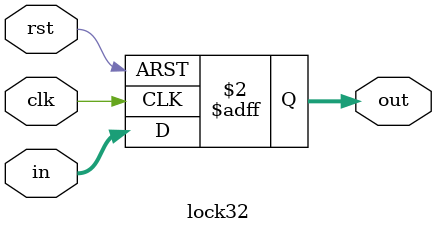
<source format=v>
`timescale 1ns / 1ps
module lock32(clk,rst,in,out
    );
	 input clk,rst;
	 input [31:0] in;
	 output reg [31:0] out;
	 
	 always @(posedge clk or posedge rst)
	 begin
		if(rst)
			out<=32'b0;
		else
			out<=in;
	 end
	 
endmodule

</source>
